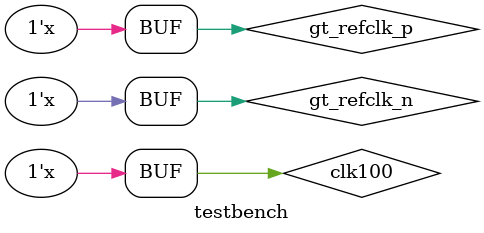
<source format=sv>
module testbench;

logic clk100 = 0;
logic gt_refclk_p = 0;
logic gt_refclk_n;

logic [31:0] aurora0_tx_tdata = 1;
logic [3:0] aurora0_tx_tkeep = 0;
logic aurora0_tx_tvalid = 0;
logic aurora0_tx_tlast = 0;
logic aurora0_tx_tready;
logic [31:0] aurora1_rx_tdata;
logic [3:0] aurora1_rx_tkeep;
logic aurora1_rx_tvalid;
logic aurora1_rx_tlast;

logic aurora0_gt_rx_n;
logic aurora0_gt_rx_p;
logic aurora0_lane_up;
logic aurora0_channel_up;
logic aurora0_crc_pass_fail;
logic aurora0_crc_valid;
logic aurora0_user_clk;
logic aurora0_gt_reset = 1;
logic [7:0] aurora0_gt_reset_counter = 0;
logic aurora0_reset = 1;
logic [7:0] aurora0_reset_counter = 0;

logic aurora1_gt_rx_n;
logic aurora1_gt_rx_p;
logic aurora1_lane_up;
logic aurora1_channel_up;
logic aurora1_crc_pass_fail;
logic aurora1_crc_valid;
logic aurora1_user_clk;
logic aurora1_gt_reset = 1;
logic [7:0] aurora1_gt_reset_counter = 0;
logic aurora1_reset = 1;
logic [7:0] aurora1_reset_counter = 0;

always
begin
  #5ns clk100 = ~clk100;
end

always
begin
  #3.2ns gt_refclk_p = ~gt_refclk_p;
end
assign gt_refclk_n = ~gt_refclk_p;

//Data
typedef enum {INIT, DATA_WAIT, TX, TX_WAIT} data_state_type;
data_state_type data_state = INIT;
logic [7:0] data_wait_count = 0;

always @ (posedge aurora0_user_clk)
begin
  case (data_state)
    INIT :
      if (aurora0_reset == 0 && aurora0_channel_up == 1 && aurora0_lane_up == 1)
        data_state <= DATA_WAIT;
    DATA_WAIT :
      begin
        data_wait_count <= data_wait_count + 1;
        if (data_wait_count == 8'h5)
          data_state <= TX;
      end
    TX :
      begin
        aurora0_tx_tvalid <= 1;
        aurora0_tx_tlast <= 1;
        aurora0_tx_tkeep <= 4'b1111;
        data_state <= TX_WAIT;
      end
    TX_WAIT :
      if (aurora0_tx_tready)
        begin
          aurora0_tx_tvalid <= 0;
          aurora0_tx_tlast <= 0;
          aurora0_tx_tkeep <= 0;
          aurora0_tx_tdata <= aurora0_tx_tdata + 1;
          data_wait_count <= 0;
          data_state <= DATA_WAIT;
        end
  endcase;
end

//Aurora0
always @ (posedge clk100)
begin
  aurora0_gt_reset_counter <= aurora0_gt_reset_counter + 1;
  if (aurora0_gt_reset_counter == 8'h20)
    aurora0_gt_reset <= 0;
end

always @ (posedge aurora0_user_clk)
begin
  aurora0_reset_counter <= aurora0_reset_counter + 1;
  if (aurora0_reset_counter == 8'h20)
    aurora0_reset <= 0;
end

aurora0 aurora0_inst (
  .s_axi_tx_tdata         (aurora0_tx_tdata),
  .s_axi_tx_tkeep         (aurora0_tx_tkeep),
  .s_axi_tx_tvalid        (aurora0_tx_tvalid),
  .s_axi_tx_tlast         (aurora0_tx_tlast),
  .s_axi_tx_tready        (aurora0_tx_tready),
  .m_axi_rx_tdata         (),
  .m_axi_rx_tkeep         (),
  .m_axi_rx_tvalid        (),
  .m_axi_rx_tlast         (),
  .rxp                    (aurora0_gt_rx_p),
  .rxn                    (aurora0_gt_rx_n),
  .txp                    (aurora1_gt_rx_p),
  .txn                    (aurora1_gt_rx_n),
  .gt_refclk1_p           (gt_refclk_p),
  .gt_refclk1_n           (gt_refclk_n),
  .gt_refclk1_out         (),
  .frame_err              (),
  .hard_err               (),
  .soft_err               (),
  .lane_up                (aurora0_lane_up),
  .channel_up             (aurora0_channel_up),
  .crc_pass_fail_n        (aurora0_crc_pass_fail),
  .crc_valid              (aurora0_crc_valid),
  .user_clk_out           (aurora0_user_clk),
  .sync_clk_out           (),
  .gt_reset               (aurora0_gt_reset),
  .reset                  (aurora0_reset),
  .sys_reset_out          (),
  .gt_reset_out           (),
  .power_down             (1'b0),
  .loopback               (3'b000),
  .tx_lock                (),
  .init_clk_in            (clk100),
  .tx_resetdone_out       (),
  .rx_resetdone_out       (),
  .link_reset_out         (),
  .drpclk_in              (clk100),
  .drpaddr_in             (9'h0),
  .drpen_in               (1'b0),
  .drpdi_in               (16'h0),
  .drprdy_out             (),
  .drpdo_out              (),
  .drpwe_in               (1'b0),
  .gt0_pll0refclklost_out (),
  .quad1_common_lock_out  (),
  .gt0_pll0outclk_out     (),
  .gt0_pll1outclk_out     (),
  .gt0_pll0outrefclk_out  (),
  .gt0_pll1outrefclk_out  (),
  .pll_not_locked_out     ()
);

//Aurora1
always @ (posedge clk100)
begin
  aurora1_gt_reset_counter <= aurora1_gt_reset_counter + 1;
  if (aurora1_gt_reset_counter == 8'h20)
    aurora1_gt_reset <= 0;
end

always @ (posedge aurora1_user_clk)
begin
  aurora1_reset_counter <= aurora1_reset_counter + 1;
  if (aurora1_reset_counter == 8'h20)
    aurora1_reset <= 0;
end

aurora1 aurora1_inst (
  .s_axi_tx_tdata         (32'h0),
  .s_axi_tx_tkeep         (4'b0000),
  .s_axi_tx_tvalid        (1'b0),
  .s_axi_tx_tlast         (1'b0),
  .s_axi_tx_tready        (),
  .m_axi_rx_tdata         (aurora1_rx_tdata),
  .m_axi_rx_tkeep         (aurora1_rx_tkeep),
  .m_axi_rx_tvalid        (aurora1_rx_tvalid),
  .m_axi_rx_tlast         (aurora1_rx_tlast),
  .rxp                    (aurora1_gt_rx_p),
  .rxn                    (aurora1_gt_rx_n),
  .txp                    (aurora0_gt_rx_p),
  .txn                    (aurora0_gt_rx_n),
  .gt_refclk1_p           (gt_refclk_p),
  .gt_refclk1_n           (gt_refclk_n),
  .gt_refclk1_out         (),
  .frame_err              (),
  .hard_err               (),
  .soft_err               (),
  .lane_up                (aurora1_lane_up),
  .channel_up             (aurora1_channel_up),
  .crc_pass_fail_n        (aurora1_crc_pass_fail),
  .crc_valid              (aurora1_crc_valid),
  .user_clk_out           (aurora1_user_clk),
  .sync_clk_out           (),
  .gt_reset               (aurora1_gt_reset),
  .reset                  (aurora1_reset),
  .sys_reset_out          (),
  .gt_reset_out           (),
  .power_down             (1'b0),
  .loopback               (3'b000),
  .tx_lock                (),
  .init_clk_in            (clk100),
  .tx_resetdone_out       (),
  .rx_resetdone_out       (),
  .link_reset_out         (),
  .drpclk_in              (clk100),
  .drpaddr_in             (9'h0),
  .drpen_in               (1'b0),
  .drpdi_in               (16'h0),
  .drprdy_out             (),
  .drpdo_out              (),
  .drpwe_in               (1'b0),
  .gt0_pll0refclklost_out (),
  .quad1_common_lock_out  (),
  .gt0_pll0outclk_out     (),
  .gt0_pll1outclk_out     (),
  .gt0_pll0outrefclk_out  (),
  .gt0_pll1outrefclk_out  (),
  .pll_not_locked_out     ()
);

endmodule


</source>
